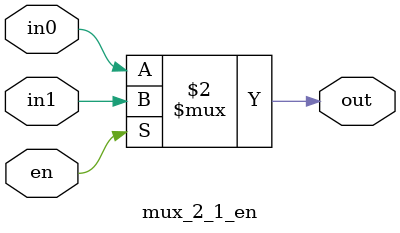
<source format=v>
module mux_2_1_en(
    input in0,
    input in1,
    input en,
    output reg out
);

always @(*) begin
    out = en ? in1 : in0;
end

endmodule
</source>
